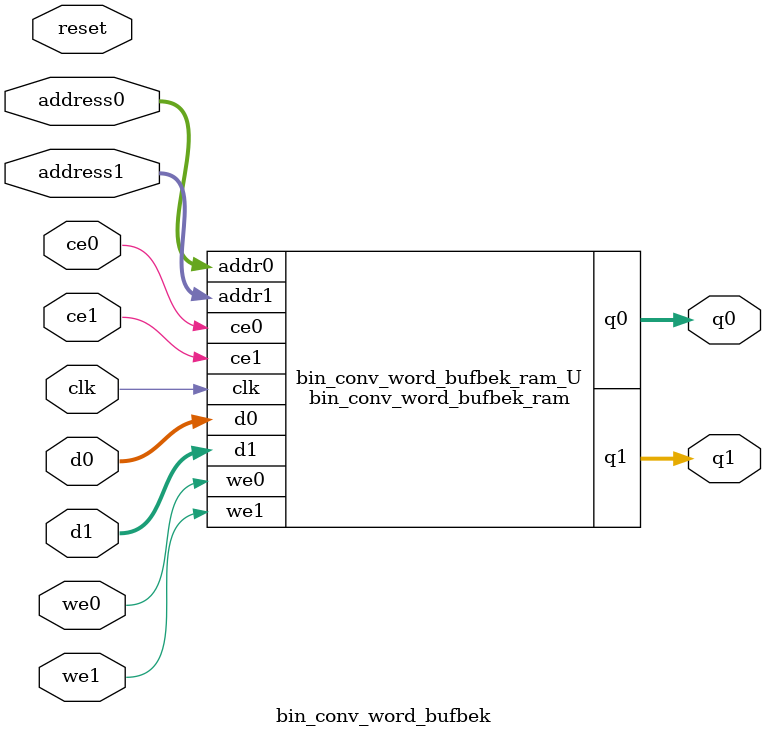
<source format=v>
`timescale 1 ns / 1 ps
module bin_conv_word_bufbek_ram (addr0, ce0, d0, we0, q0, addr1, ce1, d1, we1, q1,  clk);

parameter DWIDTH = 2;
parameter AWIDTH = 8;
parameter MEM_SIZE = 160;

input[AWIDTH-1:0] addr0;
input ce0;
input[DWIDTH-1:0] d0;
input we0;
output reg[DWIDTH-1:0] q0;
input[AWIDTH-1:0] addr1;
input ce1;
input[DWIDTH-1:0] d1;
input we1;
output reg[DWIDTH-1:0] q1;
input clk;

(* ram_style = "block" *)reg [DWIDTH-1:0] ram[0:MEM_SIZE-1];




always @(posedge clk)  
begin 
    if (ce0) 
    begin
        if (we0) 
        begin 
            ram[addr0] <= d0; 
        end 
        q0 <= ram[addr0];
    end
end


always @(posedge clk)  
begin 
    if (ce1) 
    begin
        if (we1) 
        begin 
            ram[addr1] <= d1; 
        end 
        q1 <= ram[addr1];
    end
end


endmodule

`timescale 1 ns / 1 ps
module bin_conv_word_bufbek(
    reset,
    clk,
    address0,
    ce0,
    we0,
    d0,
    q0,
    address1,
    ce1,
    we1,
    d1,
    q1);

parameter DataWidth = 32'd2;
parameter AddressRange = 32'd160;
parameter AddressWidth = 32'd8;
input reset;
input clk;
input[AddressWidth - 1:0] address0;
input ce0;
input we0;
input[DataWidth - 1:0] d0;
output[DataWidth - 1:0] q0;
input[AddressWidth - 1:0] address1;
input ce1;
input we1;
input[DataWidth - 1:0] d1;
output[DataWidth - 1:0] q1;



bin_conv_word_bufbek_ram bin_conv_word_bufbek_ram_U(
    .clk( clk ),
    .addr0( address0 ),
    .ce0( ce0 ),
    .we0( we0 ),
    .d0( d0 ),
    .q0( q0 ),
    .addr1( address1 ),
    .ce1( ce1 ),
    .we1( we1 ),
    .d1( d1 ),
    .q1( q1 ));

endmodule


</source>
